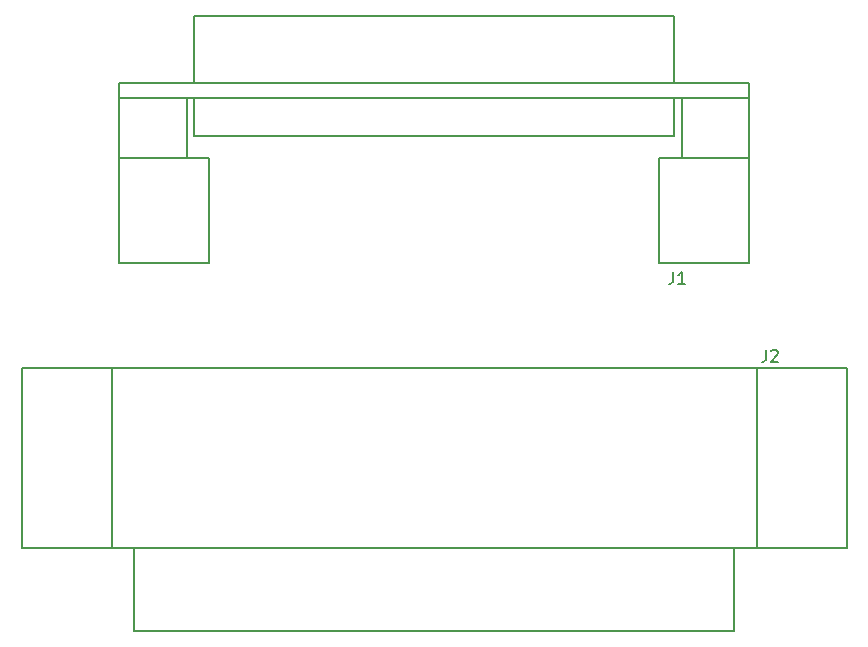
<source format=gto>
%FSLAX46Y46*%
G04 Gerber Fmt 4.6, Leading zero omitted, Abs format (unit mm)*
G04 Created by KiCad (PCBNEW (2014-08-05 BZR 5054)-product) date Thu 20 Aug 2015 06:52:16 PM PDT*
%MOMM*%
G01*
G04 APERTURE LIST*
%ADD10C,0.100000*%
%ADD11C,0.150000*%
G04 APERTURE END LIST*
D10*
D11*
X177800000Y-63500000D02*
X177800000Y-77470000D01*
X170180000Y-68580000D02*
X170180000Y-77470000D01*
X172085000Y-63500000D02*
X172085000Y-68580000D01*
X130175000Y-63500000D02*
X130175000Y-68580000D01*
X132080000Y-68580000D02*
X132080000Y-77470000D01*
X124460000Y-77470000D02*
X124460000Y-63500000D01*
X177800000Y-68580000D02*
X170180000Y-68580000D01*
X124460000Y-68580000D02*
X132080000Y-68580000D01*
X171450000Y-66675000D02*
X171450000Y-63500000D01*
X130810000Y-66675000D02*
X130810000Y-63500000D01*
X171450000Y-56515000D02*
X171450000Y-62230000D01*
X130810000Y-56515000D02*
X130810000Y-62230000D01*
X177800000Y-63500000D02*
X177800000Y-62230000D01*
X177800000Y-62230000D02*
X124460000Y-62230000D01*
X124460000Y-62230000D02*
X124460000Y-63500000D01*
X124460000Y-63500000D02*
X177800000Y-63500000D01*
X170180000Y-77470000D02*
X177800000Y-77470000D01*
X130810000Y-66675000D02*
X171450000Y-66675000D01*
X130810000Y-56515000D02*
X171450000Y-56515000D01*
X124460000Y-77470000D02*
X132080000Y-77470000D01*
X116205000Y-86360000D02*
X186055000Y-86360000D01*
X186055000Y-86360000D02*
X186055000Y-101600000D01*
X186055000Y-101600000D02*
X116205000Y-101600000D01*
X116205000Y-101600000D02*
X116205000Y-86360000D01*
X125730000Y-101600000D02*
X125730000Y-108585000D01*
X125730000Y-108585000D02*
X176530000Y-108585000D01*
X176530000Y-108585000D02*
X176530000Y-101600000D01*
X123825000Y-101600000D02*
X123825000Y-86360000D01*
X178435000Y-101600000D02*
X178435000Y-86360000D01*
X171370667Y-78192381D02*
X171370667Y-78906667D01*
X171323047Y-79049524D01*
X171227809Y-79144762D01*
X171084952Y-79192381D01*
X170989714Y-79192381D01*
X172370667Y-79192381D02*
X171799238Y-79192381D01*
X172084952Y-79192381D02*
X172084952Y-78192381D01*
X171989714Y-78335238D01*
X171894476Y-78430476D01*
X171799238Y-78478095D01*
X179244667Y-84796381D02*
X179244667Y-85510667D01*
X179197047Y-85653524D01*
X179101809Y-85748762D01*
X178958952Y-85796381D01*
X178863714Y-85796381D01*
X179673238Y-84891619D02*
X179720857Y-84844000D01*
X179816095Y-84796381D01*
X180054191Y-84796381D01*
X180149429Y-84844000D01*
X180197048Y-84891619D01*
X180244667Y-84986857D01*
X180244667Y-85082095D01*
X180197048Y-85224952D01*
X179625619Y-85796381D01*
X180244667Y-85796381D01*
M02*

</source>
